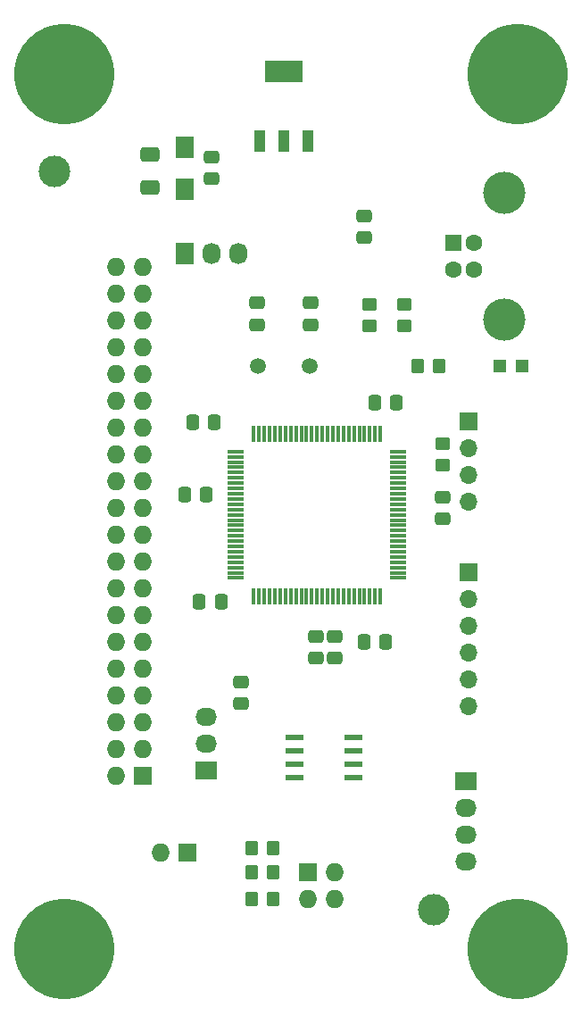
<source format=gts>
%TF.GenerationSoftware,KiCad,Pcbnew,(6.0.1)*%
%TF.CreationDate,2022-09-05T11:30:14-04:00*%
%TF.ProjectId,ODAS-PSOC5,4f444153-2d50-4534-9f43-352e6b696361,5*%
%TF.SameCoordinates,Original*%
%TF.FileFunction,Soldermask,Top*%
%TF.FilePolarity,Negative*%
%FSLAX46Y46*%
G04 Gerber Fmt 4.6, Leading zero omitted, Abs format (unit mm)*
G04 Created by KiCad (PCBNEW (6.0.1)) date 2022-09-05 11:30:14*
%MOMM*%
%LPD*%
G01*
G04 APERTURE LIST*
G04 Aperture macros list*
%AMRoundRect*
0 Rectangle with rounded corners*
0 $1 Rounding radius*
0 $2 $3 $4 $5 $6 $7 $8 $9 X,Y pos of 4 corners*
0 Add a 4 corners polygon primitive as box body*
4,1,4,$2,$3,$4,$5,$6,$7,$8,$9,$2,$3,0*
0 Add four circle primitives for the rounded corners*
1,1,$1+$1,$2,$3*
1,1,$1+$1,$4,$5*
1,1,$1+$1,$6,$7*
1,1,$1+$1,$8,$9*
0 Add four rect primitives between the rounded corners*
20,1,$1+$1,$2,$3,$4,$5,0*
20,1,$1+$1,$4,$5,$6,$7,0*
20,1,$1+$1,$6,$7,$8,$9,0*
20,1,$1+$1,$8,$9,$2,$3,0*%
G04 Aperture macros list end*
%ADD10RoundRect,0.250000X-0.337500X-0.475000X0.337500X-0.475000X0.337500X0.475000X-0.337500X0.475000X0*%
%ADD11RoundRect,0.250000X-0.475000X0.337500X-0.475000X-0.337500X0.475000X-0.337500X0.475000X0.337500X0*%
%ADD12RoundRect,0.250000X0.337500X0.475000X-0.337500X0.475000X-0.337500X-0.475000X0.337500X-0.475000X0*%
%ADD13RoundRect,0.250000X0.475000X-0.337500X0.475000X0.337500X-0.475000X0.337500X-0.475000X-0.337500X0*%
%ADD14R,1.700000X2.000000*%
%ADD15R,1.727200X1.727200*%
%ADD16O,1.727200X1.727200*%
%ADD17R,1.727200X2.032000*%
%ADD18O,1.727200X2.032000*%
%ADD19R,2.032000X1.727200*%
%ADD20O,2.032000X1.727200*%
%ADD21RoundRect,0.250000X0.350000X0.450000X-0.350000X0.450000X-0.350000X-0.450000X0.350000X-0.450000X0*%
%ADD22RoundRect,0.250000X0.450000X-0.350000X0.450000X0.350000X-0.450000X0.350000X-0.450000X-0.350000X0*%
%ADD23RoundRect,0.250000X-0.350000X-0.450000X0.350000X-0.450000X0.350000X0.450000X-0.350000X0.450000X0*%
%ADD24R,1.651000X0.599440*%
%ADD25R,1.500000X0.300000*%
%ADD26R,0.300000X1.500000*%
%ADD27R,1.600000X1.600000*%
%ADD28C,1.600000*%
%ADD29C,4.000000*%
%ADD30RoundRect,0.250000X-0.450000X0.350000X-0.450000X-0.350000X0.450000X-0.350000X0.450000X0.350000X0*%
%ADD31C,1.501140*%
%ADD32R,1.198880X1.198880*%
%ADD33C,9.525000*%
%ADD34C,3.000000*%
%ADD35R,1.700000X1.700000*%
%ADD36O,1.700000X1.700000*%
%ADD37R,1.016000X2.032000*%
%ADD38R,3.657600X2.032000*%
%ADD39RoundRect,0.250000X-0.650000X0.412500X-0.650000X-0.412500X0.650000X-0.412500X0.650000X0.412500X0*%
G04 APERTURE END LIST*
D10*
%TO.C,C13*%
X44428500Y-69850000D03*
X46503500Y-69850000D03*
%TD*%
D11*
%TO.C,C9*%
X51943000Y-56112500D03*
X51943000Y-58187500D03*
%TD*%
D12*
%TO.C,C10*%
X30882500Y-66040000D03*
X28807500Y-66040000D03*
%TD*%
%TO.C,C6*%
X47519500Y-47117000D03*
X45444500Y-47117000D03*
%TD*%
D13*
%TO.C,C14*%
X32766000Y-75713500D03*
X32766000Y-73638500D03*
%TD*%
D12*
%TO.C,C7*%
X30247500Y-49022000D03*
X28172500Y-49022000D03*
%TD*%
D13*
%TO.C,C11*%
X39878000Y-71395500D03*
X39878000Y-69320500D03*
%TD*%
%TO.C,C12*%
X41656000Y-71395500D03*
X41656000Y-69320500D03*
%TD*%
D10*
%TO.C,C8*%
X27410500Y-55880000D03*
X29485500Y-55880000D03*
%TD*%
D14*
%TO.C,F1*%
X27432000Y-26892000D03*
X27432000Y-22892000D03*
%TD*%
D15*
%TO.C,H3*%
X27686000Y-89789000D03*
D16*
X25146000Y-89789000D03*
%TD*%
D17*
%TO.C,H1*%
X27432000Y-33020000D03*
D18*
X29972000Y-33020000D03*
X32512000Y-33020000D03*
%TD*%
D19*
%TO.C,H2*%
X29464000Y-82042000D03*
D20*
X29464000Y-79502000D03*
X29464000Y-76962000D03*
%TD*%
D21*
%TO.C,R5*%
X35798000Y-89408000D03*
X33798000Y-89408000D03*
%TD*%
%TO.C,R6*%
X35798000Y-91694000D03*
X33798000Y-91694000D03*
%TD*%
%TO.C,R7*%
X35798000Y-94234000D03*
X33798000Y-94234000D03*
%TD*%
D22*
%TO.C,R4*%
X51943000Y-53070000D03*
X51943000Y-51070000D03*
%TD*%
D23*
%TO.C,R3*%
X49546000Y-43688000D03*
X51546000Y-43688000D03*
%TD*%
D24*
%TO.C,U3*%
X37846000Y-78867000D03*
X37846000Y-80137000D03*
X37846000Y-81407000D03*
X37846000Y-82677000D03*
X43434000Y-82677000D03*
X43434000Y-81407000D03*
X43434000Y-80137000D03*
X43434000Y-78867000D03*
%TD*%
D25*
%TO.C,U2*%
X47705000Y-63785000D03*
X47705000Y-63285000D03*
X47705000Y-62785000D03*
X47705000Y-62285000D03*
X47705000Y-61785000D03*
X47705000Y-61285000D03*
X47705000Y-60785000D03*
X47705000Y-60285000D03*
X47705000Y-59785000D03*
X47705000Y-59285000D03*
X47705000Y-58785000D03*
X47705000Y-58285000D03*
X47705000Y-57785000D03*
X47705000Y-57285000D03*
X47705000Y-56785000D03*
X47705000Y-56285000D03*
X47705000Y-55785000D03*
X47705000Y-55285000D03*
X47705000Y-54785000D03*
X47705000Y-54285000D03*
X47705000Y-53785000D03*
X47705000Y-53285000D03*
X47705000Y-52785000D03*
X47705000Y-52285000D03*
X47705000Y-51785000D03*
D26*
X46005000Y-50085000D03*
X45505000Y-50085000D03*
X45005000Y-50085000D03*
X44505000Y-50085000D03*
X44005000Y-50085000D03*
X43505000Y-50085000D03*
X43005000Y-50085000D03*
X42505000Y-50085000D03*
X42005000Y-50085000D03*
X41505000Y-50085000D03*
X41005000Y-50085000D03*
X40505000Y-50085000D03*
X40005000Y-50085000D03*
X39505000Y-50085000D03*
X39005000Y-50085000D03*
X38505000Y-50085000D03*
X38005000Y-50085000D03*
X37505000Y-50085000D03*
X37005000Y-50085000D03*
X36505000Y-50085000D03*
X36005000Y-50085000D03*
X35505000Y-50085000D03*
X35005000Y-50085000D03*
X34505000Y-50085000D03*
X34005000Y-50085000D03*
D25*
X32305000Y-51785000D03*
X32305000Y-52285000D03*
X32305000Y-52785000D03*
X32305000Y-53285000D03*
X32305000Y-53785000D03*
X32305000Y-54285000D03*
X32305000Y-54785000D03*
X32305000Y-55285000D03*
X32305000Y-55785000D03*
X32305000Y-56285000D03*
X32305000Y-56785000D03*
X32305000Y-57285000D03*
X32305000Y-57785000D03*
X32305000Y-58285000D03*
X32305000Y-58785000D03*
X32305000Y-59285000D03*
X32305000Y-59785000D03*
X32305000Y-60285000D03*
X32305000Y-60785000D03*
X32305000Y-61285000D03*
X32305000Y-61785000D03*
X32305000Y-62285000D03*
X32305000Y-62785000D03*
X32305000Y-63285000D03*
X32305000Y-63785000D03*
D26*
X34005000Y-65485000D03*
X34505000Y-65485000D03*
X35005000Y-65485000D03*
X35505000Y-65485000D03*
X36005000Y-65485000D03*
X36505000Y-65485000D03*
X37005000Y-65485000D03*
X37505000Y-65485000D03*
X38005000Y-65485000D03*
X38505000Y-65485000D03*
X39005000Y-65485000D03*
X39505000Y-65485000D03*
X40005000Y-65485000D03*
X40505000Y-65485000D03*
X41005000Y-65485000D03*
X41505000Y-65485000D03*
X42005000Y-65485000D03*
X42505000Y-65485000D03*
X43005000Y-65485000D03*
X43505000Y-65485000D03*
X44005000Y-65485000D03*
X44505000Y-65485000D03*
X45005000Y-65485000D03*
X45505000Y-65485000D03*
X46005000Y-65485000D03*
%TD*%
D11*
%TO.C,C4*%
X34290000Y-37697500D03*
X34290000Y-39772500D03*
%TD*%
%TO.C,C5*%
X39370000Y-37697500D03*
X39370000Y-39772500D03*
%TD*%
D27*
%TO.C,P2*%
X52902500Y-32024000D03*
D28*
X52902500Y-34524000D03*
X54902500Y-34524000D03*
X54902500Y-32024000D03*
D29*
X57762500Y-27274000D03*
X57762500Y-39274000D03*
%TD*%
D30*
%TO.C,R1*%
X44958000Y-37862000D03*
X44958000Y-39862000D03*
%TD*%
%TO.C,R2*%
X48260000Y-37862000D03*
X48260000Y-39862000D03*
%TD*%
D31*
%TO.C,Y1*%
X34389060Y-43688000D03*
X39270940Y-43688000D03*
%TD*%
D15*
%TO.C,P1*%
X23495000Y-82550000D03*
D16*
X20955000Y-82550000D03*
X23495000Y-80010000D03*
X20955000Y-80010000D03*
X23495000Y-77470000D03*
X20955000Y-77470000D03*
X23495000Y-74930000D03*
X20955000Y-74930000D03*
X23495000Y-72390000D03*
X20955000Y-72390000D03*
X23495000Y-69850000D03*
X20955000Y-69850000D03*
X23495000Y-67310000D03*
X20955000Y-67310000D03*
X23495000Y-64770000D03*
X20955000Y-64770000D03*
X23495000Y-62230000D03*
X20955000Y-62230000D03*
X23495000Y-59690000D03*
X20955000Y-59690000D03*
X23495000Y-57150000D03*
X20955000Y-57150000D03*
X23495000Y-54610000D03*
X20955000Y-54610000D03*
X23495000Y-52070000D03*
X20955000Y-52070000D03*
X23495000Y-49530000D03*
X20955000Y-49530000D03*
X23495000Y-46990000D03*
X20955000Y-46990000D03*
X23495000Y-44450000D03*
X20955000Y-44450000D03*
X23495000Y-41910000D03*
X20955000Y-41910000D03*
X23495000Y-39370000D03*
X20955000Y-39370000D03*
X23495000Y-36830000D03*
X20955000Y-36830000D03*
X23495000Y-34290000D03*
X20955000Y-34290000D03*
%TD*%
D11*
%TO.C,C3*%
X44450000Y-29442500D03*
X44450000Y-31517500D03*
%TD*%
%TO.C,C2*%
X29972000Y-23854500D03*
X29972000Y-25929500D03*
%TD*%
D19*
%TO.C,P5*%
X54102000Y-83058000D03*
D20*
X54102000Y-85598000D03*
X54102000Y-88138000D03*
X54102000Y-90678000D03*
%TD*%
D15*
%TO.C,H4*%
X39116000Y-91694000D03*
D16*
X41656000Y-91694000D03*
X39116000Y-94234000D03*
X41656000Y-94234000D03*
%TD*%
D32*
%TO.C,DS1*%
X59469020Y-43688000D03*
X57370980Y-43688000D03*
%TD*%
D33*
%TO.C,MTG1*%
X16000000Y-16000000D03*
%TD*%
%TO.C,MTG2*%
X59000000Y-16000000D03*
%TD*%
%TO.C,MTG3*%
X16000000Y-99000000D03*
%TD*%
%TO.C,MTG4*%
X59000000Y-99000000D03*
%TD*%
D34*
%TO.C,FID1*%
X15087600Y-25247600D03*
%TD*%
%TO.C,FID2*%
X51054000Y-95250000D03*
%TD*%
D35*
%TO.C,P3*%
X54356000Y-48895000D03*
D36*
X54356000Y-51435000D03*
X54356000Y-53975000D03*
X54356000Y-56515000D03*
%TD*%
D35*
%TO.C,P4*%
X54374000Y-63246000D03*
D36*
X54374000Y-65786000D03*
X54374000Y-68326000D03*
X54374000Y-70866000D03*
X54374000Y-73406000D03*
X54374000Y-75946000D03*
%TD*%
D37*
%TO.C,U1*%
X34544000Y-22352000D03*
X36830000Y-22352000D03*
X39116000Y-22352000D03*
D38*
X36830000Y-15748000D03*
%TD*%
D39*
%TO.C,C1*%
X24130000Y-23583500D03*
X24130000Y-26708500D03*
%TD*%
M02*

</source>
